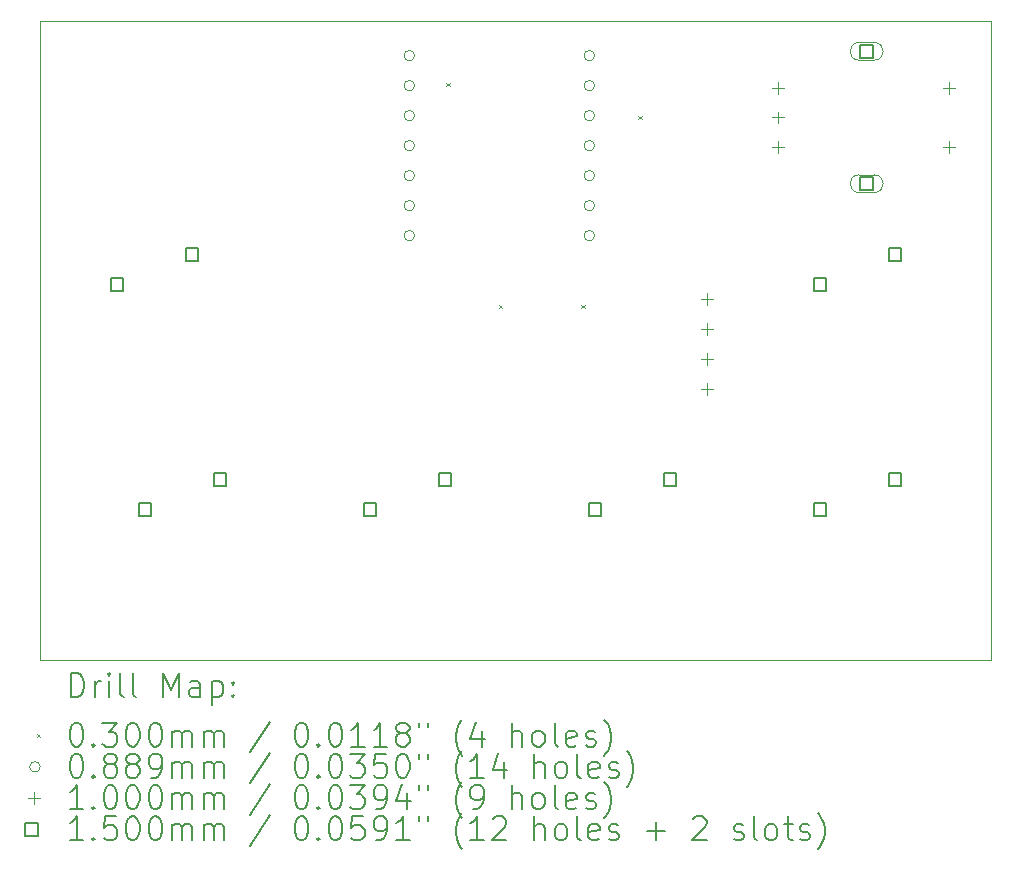
<source format=gbr>
%TF.GenerationSoftware,KiCad,Pcbnew,9.0.6*%
%TF.CreationDate,2025-12-08T21:16:02+04:00*%
%TF.ProjectId,L3MON hackpad,4c334d4f-4e20-4686-9163-6b7061642e6b,rev?*%
%TF.SameCoordinates,Original*%
%TF.FileFunction,Drillmap*%
%TF.FilePolarity,Positive*%
%FSLAX45Y45*%
G04 Gerber Fmt 4.5, Leading zero omitted, Abs format (unit mm)*
G04 Created by KiCad (PCBNEW 9.0.6) date 2025-12-08 21:16:02*
%MOMM*%
%LPD*%
G01*
G04 APERTURE LIST*
%ADD10C,0.050000*%
%ADD11C,0.200000*%
%ADD12C,0.100000*%
%ADD13C,0.150000*%
G04 APERTURE END LIST*
D10*
X9688375Y-3228000D02*
X17737625Y-3228000D01*
X17737625Y-8639875D01*
X9688375Y-8639875D01*
X9688375Y-3228000D01*
D11*
D12*
X13124301Y-3752573D02*
X13154301Y-3782573D01*
X13154301Y-3752573D02*
X13124301Y-3782573D01*
X13566511Y-5634489D02*
X13596511Y-5664489D01*
X13596511Y-5634489D02*
X13566511Y-5664489D01*
X14266801Y-5631801D02*
X14296801Y-5661801D01*
X14296801Y-5631801D02*
X14266801Y-5661801D01*
X14748750Y-4033125D02*
X14778750Y-4063125D01*
X14778750Y-4033125D02*
X14748750Y-4063125D01*
X12855575Y-3524250D02*
G75*
G02*
X12766675Y-3524250I-44450J0D01*
G01*
X12766675Y-3524250D02*
G75*
G02*
X12855575Y-3524250I44450J0D01*
G01*
X12855575Y-3778250D02*
G75*
G02*
X12766675Y-3778250I-44450J0D01*
G01*
X12766675Y-3778250D02*
G75*
G02*
X12855575Y-3778250I44450J0D01*
G01*
X12855575Y-4032250D02*
G75*
G02*
X12766675Y-4032250I-44450J0D01*
G01*
X12766675Y-4032250D02*
G75*
G02*
X12855575Y-4032250I44450J0D01*
G01*
X12855575Y-4286250D02*
G75*
G02*
X12766675Y-4286250I-44450J0D01*
G01*
X12766675Y-4286250D02*
G75*
G02*
X12855575Y-4286250I44450J0D01*
G01*
X12855575Y-4540250D02*
G75*
G02*
X12766675Y-4540250I-44450J0D01*
G01*
X12766675Y-4540250D02*
G75*
G02*
X12855575Y-4540250I44450J0D01*
G01*
X12855575Y-4794250D02*
G75*
G02*
X12766675Y-4794250I-44450J0D01*
G01*
X12766675Y-4794250D02*
G75*
G02*
X12855575Y-4794250I44450J0D01*
G01*
X12855575Y-5048250D02*
G75*
G02*
X12766675Y-5048250I-44450J0D01*
G01*
X12766675Y-5048250D02*
G75*
G02*
X12855575Y-5048250I44450J0D01*
G01*
X14379575Y-3524250D02*
G75*
G02*
X14290675Y-3524250I-44450J0D01*
G01*
X14290675Y-3524250D02*
G75*
G02*
X14379575Y-3524250I44450J0D01*
G01*
X14379575Y-3778250D02*
G75*
G02*
X14290675Y-3778250I-44450J0D01*
G01*
X14290675Y-3778250D02*
G75*
G02*
X14379575Y-3778250I44450J0D01*
G01*
X14379575Y-4032250D02*
G75*
G02*
X14290675Y-4032250I-44450J0D01*
G01*
X14290675Y-4032250D02*
G75*
G02*
X14379575Y-4032250I44450J0D01*
G01*
X14379575Y-4286250D02*
G75*
G02*
X14290675Y-4286250I-44450J0D01*
G01*
X14290675Y-4286250D02*
G75*
G02*
X14379575Y-4286250I44450J0D01*
G01*
X14379575Y-4540250D02*
G75*
G02*
X14290675Y-4540250I-44450J0D01*
G01*
X14290675Y-4540250D02*
G75*
G02*
X14379575Y-4540250I44450J0D01*
G01*
X14379575Y-4794250D02*
G75*
G02*
X14290675Y-4794250I-44450J0D01*
G01*
X14290675Y-4794250D02*
G75*
G02*
X14379575Y-4794250I44450J0D01*
G01*
X14379575Y-5048250D02*
G75*
G02*
X14290675Y-5048250I-44450J0D01*
G01*
X14290675Y-5048250D02*
G75*
G02*
X14379575Y-5048250I44450J0D01*
G01*
X15334625Y-5533625D02*
X15334625Y-5633625D01*
X15284625Y-5583625D02*
X15384625Y-5583625D01*
X15334625Y-5787625D02*
X15334625Y-5887625D01*
X15284625Y-5837625D02*
X15384625Y-5837625D01*
X15334625Y-6041625D02*
X15334625Y-6141625D01*
X15284625Y-6091625D02*
X15384625Y-6091625D01*
X15334625Y-6295625D02*
X15334625Y-6395625D01*
X15284625Y-6345625D02*
X15384625Y-6345625D01*
X15933125Y-3748125D02*
X15933125Y-3848125D01*
X15883125Y-3798125D02*
X15983125Y-3798125D01*
X15933125Y-3998125D02*
X15933125Y-4098125D01*
X15883125Y-4048125D02*
X15983125Y-4048125D01*
X15933125Y-4248125D02*
X15933125Y-4348125D01*
X15883125Y-4298125D02*
X15983125Y-4298125D01*
X17383125Y-3748125D02*
X17383125Y-3848125D01*
X17333125Y-3798125D02*
X17433125Y-3798125D01*
X17383125Y-4248125D02*
X17383125Y-4348125D01*
X17333125Y-4298125D02*
X17433125Y-4298125D01*
D13*
X10387659Y-5514034D02*
X10387659Y-5407967D01*
X10281592Y-5407967D01*
X10281592Y-5514034D01*
X10387659Y-5514034D01*
X10625784Y-7419033D02*
X10625784Y-7312966D01*
X10519717Y-7312966D01*
X10519717Y-7419033D01*
X10625784Y-7419033D01*
X11022659Y-5260034D02*
X11022659Y-5153967D01*
X10916592Y-5153967D01*
X10916592Y-5260034D01*
X11022659Y-5260034D01*
X11260783Y-7165033D02*
X11260783Y-7058966D01*
X11154717Y-7058966D01*
X11154717Y-7165033D01*
X11260783Y-7165033D01*
X12530783Y-7419033D02*
X12530783Y-7312966D01*
X12424716Y-7312966D01*
X12424716Y-7419033D01*
X12530783Y-7419033D01*
X13165783Y-7165033D02*
X13165783Y-7058966D01*
X13059716Y-7058966D01*
X13059716Y-7165033D01*
X13165783Y-7165033D01*
X14435783Y-7419033D02*
X14435783Y-7312966D01*
X14329716Y-7312966D01*
X14329716Y-7419033D01*
X14435783Y-7419033D01*
X15070783Y-7165033D02*
X15070783Y-7058966D01*
X14964716Y-7058966D01*
X14964716Y-7165033D01*
X15070783Y-7165033D01*
X16340783Y-5514034D02*
X16340783Y-5407967D01*
X16234716Y-5407967D01*
X16234716Y-5514034D01*
X16340783Y-5514034D01*
X16340783Y-7419033D02*
X16340783Y-7312966D01*
X16234716Y-7312966D01*
X16234716Y-7419033D01*
X16340783Y-7419033D01*
X16736158Y-3541158D02*
X16736158Y-3435091D01*
X16630091Y-3435091D01*
X16630091Y-3541158D01*
X16736158Y-3541158D01*
D12*
X16618125Y-3563125D02*
X16748125Y-3563125D01*
X16748125Y-3413125D02*
G75*
G02*
X16748125Y-3563125I0J-75000D01*
G01*
X16748125Y-3413125D02*
X16618125Y-3413125D01*
X16618125Y-3413125D02*
G75*
G03*
X16618125Y-3563125I0J-75000D01*
G01*
D13*
X16736158Y-4661159D02*
X16736158Y-4555092D01*
X16630091Y-4555092D01*
X16630091Y-4661159D01*
X16736158Y-4661159D01*
D12*
X16618125Y-4683125D02*
X16748125Y-4683125D01*
X16748125Y-4533125D02*
G75*
G02*
X16748125Y-4683125I0J-75000D01*
G01*
X16748125Y-4533125D02*
X16618125Y-4533125D01*
X16618125Y-4533125D02*
G75*
G03*
X16618125Y-4683125I0J-75000D01*
G01*
D13*
X16975784Y-5260034D02*
X16975784Y-5153967D01*
X16869717Y-5153967D01*
X16869717Y-5260034D01*
X16975784Y-5260034D01*
X16975784Y-7165033D02*
X16975784Y-7058966D01*
X16869717Y-7058966D01*
X16869717Y-7165033D01*
X16975784Y-7165033D01*
D11*
X9946652Y-8953859D02*
X9946652Y-8753859D01*
X9946652Y-8753859D02*
X9994271Y-8753859D01*
X9994271Y-8753859D02*
X10022842Y-8763383D01*
X10022842Y-8763383D02*
X10041890Y-8782430D01*
X10041890Y-8782430D02*
X10051414Y-8801478D01*
X10051414Y-8801478D02*
X10060938Y-8839573D01*
X10060938Y-8839573D02*
X10060938Y-8868145D01*
X10060938Y-8868145D02*
X10051414Y-8906240D01*
X10051414Y-8906240D02*
X10041890Y-8925287D01*
X10041890Y-8925287D02*
X10022842Y-8944335D01*
X10022842Y-8944335D02*
X9994271Y-8953859D01*
X9994271Y-8953859D02*
X9946652Y-8953859D01*
X10146652Y-8953859D02*
X10146652Y-8820525D01*
X10146652Y-8858621D02*
X10156176Y-8839573D01*
X10156176Y-8839573D02*
X10165699Y-8830049D01*
X10165699Y-8830049D02*
X10184747Y-8820525D01*
X10184747Y-8820525D02*
X10203795Y-8820525D01*
X10270461Y-8953859D02*
X10270461Y-8820525D01*
X10270461Y-8753859D02*
X10260938Y-8763383D01*
X10260938Y-8763383D02*
X10270461Y-8772906D01*
X10270461Y-8772906D02*
X10279985Y-8763383D01*
X10279985Y-8763383D02*
X10270461Y-8753859D01*
X10270461Y-8753859D02*
X10270461Y-8772906D01*
X10394271Y-8953859D02*
X10375223Y-8944335D01*
X10375223Y-8944335D02*
X10365699Y-8925287D01*
X10365699Y-8925287D02*
X10365699Y-8753859D01*
X10499033Y-8953859D02*
X10479985Y-8944335D01*
X10479985Y-8944335D02*
X10470461Y-8925287D01*
X10470461Y-8925287D02*
X10470461Y-8753859D01*
X10727604Y-8953859D02*
X10727604Y-8753859D01*
X10727604Y-8753859D02*
X10794271Y-8896716D01*
X10794271Y-8896716D02*
X10860938Y-8753859D01*
X10860938Y-8753859D02*
X10860938Y-8953859D01*
X11041890Y-8953859D02*
X11041890Y-8849097D01*
X11041890Y-8849097D02*
X11032366Y-8830049D01*
X11032366Y-8830049D02*
X11013319Y-8820525D01*
X11013319Y-8820525D02*
X10975223Y-8820525D01*
X10975223Y-8820525D02*
X10956176Y-8830049D01*
X11041890Y-8944335D02*
X11022842Y-8953859D01*
X11022842Y-8953859D02*
X10975223Y-8953859D01*
X10975223Y-8953859D02*
X10956176Y-8944335D01*
X10956176Y-8944335D02*
X10946652Y-8925287D01*
X10946652Y-8925287D02*
X10946652Y-8906240D01*
X10946652Y-8906240D02*
X10956176Y-8887192D01*
X10956176Y-8887192D02*
X10975223Y-8877668D01*
X10975223Y-8877668D02*
X11022842Y-8877668D01*
X11022842Y-8877668D02*
X11041890Y-8868145D01*
X11137128Y-8820525D02*
X11137128Y-9020525D01*
X11137128Y-8830049D02*
X11156176Y-8820525D01*
X11156176Y-8820525D02*
X11194271Y-8820525D01*
X11194271Y-8820525D02*
X11213318Y-8830049D01*
X11213318Y-8830049D02*
X11222842Y-8839573D01*
X11222842Y-8839573D02*
X11232366Y-8858621D01*
X11232366Y-8858621D02*
X11232366Y-8915764D01*
X11232366Y-8915764D02*
X11222842Y-8934811D01*
X11222842Y-8934811D02*
X11213318Y-8944335D01*
X11213318Y-8944335D02*
X11194271Y-8953859D01*
X11194271Y-8953859D02*
X11156176Y-8953859D01*
X11156176Y-8953859D02*
X11137128Y-8944335D01*
X11318080Y-8934811D02*
X11327604Y-8944335D01*
X11327604Y-8944335D02*
X11318080Y-8953859D01*
X11318080Y-8953859D02*
X11308557Y-8944335D01*
X11308557Y-8944335D02*
X11318080Y-8934811D01*
X11318080Y-8934811D02*
X11318080Y-8953859D01*
X11318080Y-8830049D02*
X11327604Y-8839573D01*
X11327604Y-8839573D02*
X11318080Y-8849097D01*
X11318080Y-8849097D02*
X11308557Y-8839573D01*
X11308557Y-8839573D02*
X11318080Y-8830049D01*
X11318080Y-8830049D02*
X11318080Y-8849097D01*
D12*
X9655875Y-9267375D02*
X9685875Y-9297375D01*
X9685875Y-9267375D02*
X9655875Y-9297375D01*
D11*
X9984747Y-9173859D02*
X10003795Y-9173859D01*
X10003795Y-9173859D02*
X10022842Y-9183383D01*
X10022842Y-9183383D02*
X10032366Y-9192906D01*
X10032366Y-9192906D02*
X10041890Y-9211954D01*
X10041890Y-9211954D02*
X10051414Y-9250049D01*
X10051414Y-9250049D02*
X10051414Y-9297668D01*
X10051414Y-9297668D02*
X10041890Y-9335764D01*
X10041890Y-9335764D02*
X10032366Y-9354811D01*
X10032366Y-9354811D02*
X10022842Y-9364335D01*
X10022842Y-9364335D02*
X10003795Y-9373859D01*
X10003795Y-9373859D02*
X9984747Y-9373859D01*
X9984747Y-9373859D02*
X9965699Y-9364335D01*
X9965699Y-9364335D02*
X9956176Y-9354811D01*
X9956176Y-9354811D02*
X9946652Y-9335764D01*
X9946652Y-9335764D02*
X9937128Y-9297668D01*
X9937128Y-9297668D02*
X9937128Y-9250049D01*
X9937128Y-9250049D02*
X9946652Y-9211954D01*
X9946652Y-9211954D02*
X9956176Y-9192906D01*
X9956176Y-9192906D02*
X9965699Y-9183383D01*
X9965699Y-9183383D02*
X9984747Y-9173859D01*
X10137128Y-9354811D02*
X10146652Y-9364335D01*
X10146652Y-9364335D02*
X10137128Y-9373859D01*
X10137128Y-9373859D02*
X10127604Y-9364335D01*
X10127604Y-9364335D02*
X10137128Y-9354811D01*
X10137128Y-9354811D02*
X10137128Y-9373859D01*
X10213319Y-9173859D02*
X10337128Y-9173859D01*
X10337128Y-9173859D02*
X10270461Y-9250049D01*
X10270461Y-9250049D02*
X10299033Y-9250049D01*
X10299033Y-9250049D02*
X10318080Y-9259573D01*
X10318080Y-9259573D02*
X10327604Y-9269097D01*
X10327604Y-9269097D02*
X10337128Y-9288145D01*
X10337128Y-9288145D02*
X10337128Y-9335764D01*
X10337128Y-9335764D02*
X10327604Y-9354811D01*
X10327604Y-9354811D02*
X10318080Y-9364335D01*
X10318080Y-9364335D02*
X10299033Y-9373859D01*
X10299033Y-9373859D02*
X10241890Y-9373859D01*
X10241890Y-9373859D02*
X10222842Y-9364335D01*
X10222842Y-9364335D02*
X10213319Y-9354811D01*
X10460938Y-9173859D02*
X10479985Y-9173859D01*
X10479985Y-9173859D02*
X10499033Y-9183383D01*
X10499033Y-9183383D02*
X10508557Y-9192906D01*
X10508557Y-9192906D02*
X10518080Y-9211954D01*
X10518080Y-9211954D02*
X10527604Y-9250049D01*
X10527604Y-9250049D02*
X10527604Y-9297668D01*
X10527604Y-9297668D02*
X10518080Y-9335764D01*
X10518080Y-9335764D02*
X10508557Y-9354811D01*
X10508557Y-9354811D02*
X10499033Y-9364335D01*
X10499033Y-9364335D02*
X10479985Y-9373859D01*
X10479985Y-9373859D02*
X10460938Y-9373859D01*
X10460938Y-9373859D02*
X10441890Y-9364335D01*
X10441890Y-9364335D02*
X10432366Y-9354811D01*
X10432366Y-9354811D02*
X10422842Y-9335764D01*
X10422842Y-9335764D02*
X10413319Y-9297668D01*
X10413319Y-9297668D02*
X10413319Y-9250049D01*
X10413319Y-9250049D02*
X10422842Y-9211954D01*
X10422842Y-9211954D02*
X10432366Y-9192906D01*
X10432366Y-9192906D02*
X10441890Y-9183383D01*
X10441890Y-9183383D02*
X10460938Y-9173859D01*
X10651414Y-9173859D02*
X10670461Y-9173859D01*
X10670461Y-9173859D02*
X10689509Y-9183383D01*
X10689509Y-9183383D02*
X10699033Y-9192906D01*
X10699033Y-9192906D02*
X10708557Y-9211954D01*
X10708557Y-9211954D02*
X10718080Y-9250049D01*
X10718080Y-9250049D02*
X10718080Y-9297668D01*
X10718080Y-9297668D02*
X10708557Y-9335764D01*
X10708557Y-9335764D02*
X10699033Y-9354811D01*
X10699033Y-9354811D02*
X10689509Y-9364335D01*
X10689509Y-9364335D02*
X10670461Y-9373859D01*
X10670461Y-9373859D02*
X10651414Y-9373859D01*
X10651414Y-9373859D02*
X10632366Y-9364335D01*
X10632366Y-9364335D02*
X10622842Y-9354811D01*
X10622842Y-9354811D02*
X10613319Y-9335764D01*
X10613319Y-9335764D02*
X10603795Y-9297668D01*
X10603795Y-9297668D02*
X10603795Y-9250049D01*
X10603795Y-9250049D02*
X10613319Y-9211954D01*
X10613319Y-9211954D02*
X10622842Y-9192906D01*
X10622842Y-9192906D02*
X10632366Y-9183383D01*
X10632366Y-9183383D02*
X10651414Y-9173859D01*
X10803795Y-9373859D02*
X10803795Y-9240525D01*
X10803795Y-9259573D02*
X10813319Y-9250049D01*
X10813319Y-9250049D02*
X10832366Y-9240525D01*
X10832366Y-9240525D02*
X10860938Y-9240525D01*
X10860938Y-9240525D02*
X10879985Y-9250049D01*
X10879985Y-9250049D02*
X10889509Y-9269097D01*
X10889509Y-9269097D02*
X10889509Y-9373859D01*
X10889509Y-9269097D02*
X10899033Y-9250049D01*
X10899033Y-9250049D02*
X10918080Y-9240525D01*
X10918080Y-9240525D02*
X10946652Y-9240525D01*
X10946652Y-9240525D02*
X10965700Y-9250049D01*
X10965700Y-9250049D02*
X10975223Y-9269097D01*
X10975223Y-9269097D02*
X10975223Y-9373859D01*
X11070461Y-9373859D02*
X11070461Y-9240525D01*
X11070461Y-9259573D02*
X11079985Y-9250049D01*
X11079985Y-9250049D02*
X11099033Y-9240525D01*
X11099033Y-9240525D02*
X11127604Y-9240525D01*
X11127604Y-9240525D02*
X11146652Y-9250049D01*
X11146652Y-9250049D02*
X11156176Y-9269097D01*
X11156176Y-9269097D02*
X11156176Y-9373859D01*
X11156176Y-9269097D02*
X11165700Y-9250049D01*
X11165700Y-9250049D02*
X11184747Y-9240525D01*
X11184747Y-9240525D02*
X11213318Y-9240525D01*
X11213318Y-9240525D02*
X11232366Y-9250049D01*
X11232366Y-9250049D02*
X11241890Y-9269097D01*
X11241890Y-9269097D02*
X11241890Y-9373859D01*
X11632366Y-9164335D02*
X11460938Y-9421478D01*
X11889509Y-9173859D02*
X11908557Y-9173859D01*
X11908557Y-9173859D02*
X11927604Y-9183383D01*
X11927604Y-9183383D02*
X11937128Y-9192906D01*
X11937128Y-9192906D02*
X11946652Y-9211954D01*
X11946652Y-9211954D02*
X11956176Y-9250049D01*
X11956176Y-9250049D02*
X11956176Y-9297668D01*
X11956176Y-9297668D02*
X11946652Y-9335764D01*
X11946652Y-9335764D02*
X11937128Y-9354811D01*
X11937128Y-9354811D02*
X11927604Y-9364335D01*
X11927604Y-9364335D02*
X11908557Y-9373859D01*
X11908557Y-9373859D02*
X11889509Y-9373859D01*
X11889509Y-9373859D02*
X11870461Y-9364335D01*
X11870461Y-9364335D02*
X11860938Y-9354811D01*
X11860938Y-9354811D02*
X11851414Y-9335764D01*
X11851414Y-9335764D02*
X11841890Y-9297668D01*
X11841890Y-9297668D02*
X11841890Y-9250049D01*
X11841890Y-9250049D02*
X11851414Y-9211954D01*
X11851414Y-9211954D02*
X11860938Y-9192906D01*
X11860938Y-9192906D02*
X11870461Y-9183383D01*
X11870461Y-9183383D02*
X11889509Y-9173859D01*
X12041890Y-9354811D02*
X12051414Y-9364335D01*
X12051414Y-9364335D02*
X12041890Y-9373859D01*
X12041890Y-9373859D02*
X12032366Y-9364335D01*
X12032366Y-9364335D02*
X12041890Y-9354811D01*
X12041890Y-9354811D02*
X12041890Y-9373859D01*
X12175223Y-9173859D02*
X12194271Y-9173859D01*
X12194271Y-9173859D02*
X12213319Y-9183383D01*
X12213319Y-9183383D02*
X12222842Y-9192906D01*
X12222842Y-9192906D02*
X12232366Y-9211954D01*
X12232366Y-9211954D02*
X12241890Y-9250049D01*
X12241890Y-9250049D02*
X12241890Y-9297668D01*
X12241890Y-9297668D02*
X12232366Y-9335764D01*
X12232366Y-9335764D02*
X12222842Y-9354811D01*
X12222842Y-9354811D02*
X12213319Y-9364335D01*
X12213319Y-9364335D02*
X12194271Y-9373859D01*
X12194271Y-9373859D02*
X12175223Y-9373859D01*
X12175223Y-9373859D02*
X12156176Y-9364335D01*
X12156176Y-9364335D02*
X12146652Y-9354811D01*
X12146652Y-9354811D02*
X12137128Y-9335764D01*
X12137128Y-9335764D02*
X12127604Y-9297668D01*
X12127604Y-9297668D02*
X12127604Y-9250049D01*
X12127604Y-9250049D02*
X12137128Y-9211954D01*
X12137128Y-9211954D02*
X12146652Y-9192906D01*
X12146652Y-9192906D02*
X12156176Y-9183383D01*
X12156176Y-9183383D02*
X12175223Y-9173859D01*
X12432366Y-9373859D02*
X12318081Y-9373859D01*
X12375223Y-9373859D02*
X12375223Y-9173859D01*
X12375223Y-9173859D02*
X12356176Y-9202430D01*
X12356176Y-9202430D02*
X12337128Y-9221478D01*
X12337128Y-9221478D02*
X12318081Y-9231002D01*
X12622842Y-9373859D02*
X12508557Y-9373859D01*
X12565700Y-9373859D02*
X12565700Y-9173859D01*
X12565700Y-9173859D02*
X12546652Y-9202430D01*
X12546652Y-9202430D02*
X12527604Y-9221478D01*
X12527604Y-9221478D02*
X12508557Y-9231002D01*
X12737128Y-9259573D02*
X12718081Y-9250049D01*
X12718081Y-9250049D02*
X12708557Y-9240525D01*
X12708557Y-9240525D02*
X12699033Y-9221478D01*
X12699033Y-9221478D02*
X12699033Y-9211954D01*
X12699033Y-9211954D02*
X12708557Y-9192906D01*
X12708557Y-9192906D02*
X12718081Y-9183383D01*
X12718081Y-9183383D02*
X12737128Y-9173859D01*
X12737128Y-9173859D02*
X12775223Y-9173859D01*
X12775223Y-9173859D02*
X12794271Y-9183383D01*
X12794271Y-9183383D02*
X12803795Y-9192906D01*
X12803795Y-9192906D02*
X12813319Y-9211954D01*
X12813319Y-9211954D02*
X12813319Y-9221478D01*
X12813319Y-9221478D02*
X12803795Y-9240525D01*
X12803795Y-9240525D02*
X12794271Y-9250049D01*
X12794271Y-9250049D02*
X12775223Y-9259573D01*
X12775223Y-9259573D02*
X12737128Y-9259573D01*
X12737128Y-9259573D02*
X12718081Y-9269097D01*
X12718081Y-9269097D02*
X12708557Y-9278621D01*
X12708557Y-9278621D02*
X12699033Y-9297668D01*
X12699033Y-9297668D02*
X12699033Y-9335764D01*
X12699033Y-9335764D02*
X12708557Y-9354811D01*
X12708557Y-9354811D02*
X12718081Y-9364335D01*
X12718081Y-9364335D02*
X12737128Y-9373859D01*
X12737128Y-9373859D02*
X12775223Y-9373859D01*
X12775223Y-9373859D02*
X12794271Y-9364335D01*
X12794271Y-9364335D02*
X12803795Y-9354811D01*
X12803795Y-9354811D02*
X12813319Y-9335764D01*
X12813319Y-9335764D02*
X12813319Y-9297668D01*
X12813319Y-9297668D02*
X12803795Y-9278621D01*
X12803795Y-9278621D02*
X12794271Y-9269097D01*
X12794271Y-9269097D02*
X12775223Y-9259573D01*
X12889509Y-9173859D02*
X12889509Y-9211954D01*
X12965700Y-9173859D02*
X12965700Y-9211954D01*
X13260938Y-9450049D02*
X13251414Y-9440525D01*
X13251414Y-9440525D02*
X13232366Y-9411954D01*
X13232366Y-9411954D02*
X13222843Y-9392906D01*
X13222843Y-9392906D02*
X13213319Y-9364335D01*
X13213319Y-9364335D02*
X13203795Y-9316716D01*
X13203795Y-9316716D02*
X13203795Y-9278621D01*
X13203795Y-9278621D02*
X13213319Y-9231002D01*
X13213319Y-9231002D02*
X13222843Y-9202430D01*
X13222843Y-9202430D02*
X13232366Y-9183383D01*
X13232366Y-9183383D02*
X13251414Y-9154811D01*
X13251414Y-9154811D02*
X13260938Y-9145287D01*
X13422843Y-9240525D02*
X13422843Y-9373859D01*
X13375223Y-9164335D02*
X13327604Y-9307192D01*
X13327604Y-9307192D02*
X13451414Y-9307192D01*
X13679985Y-9373859D02*
X13679985Y-9173859D01*
X13765700Y-9373859D02*
X13765700Y-9269097D01*
X13765700Y-9269097D02*
X13756176Y-9250049D01*
X13756176Y-9250049D02*
X13737128Y-9240525D01*
X13737128Y-9240525D02*
X13708557Y-9240525D01*
X13708557Y-9240525D02*
X13689509Y-9250049D01*
X13689509Y-9250049D02*
X13679985Y-9259573D01*
X13889509Y-9373859D02*
X13870462Y-9364335D01*
X13870462Y-9364335D02*
X13860938Y-9354811D01*
X13860938Y-9354811D02*
X13851414Y-9335764D01*
X13851414Y-9335764D02*
X13851414Y-9278621D01*
X13851414Y-9278621D02*
X13860938Y-9259573D01*
X13860938Y-9259573D02*
X13870462Y-9250049D01*
X13870462Y-9250049D02*
X13889509Y-9240525D01*
X13889509Y-9240525D02*
X13918081Y-9240525D01*
X13918081Y-9240525D02*
X13937128Y-9250049D01*
X13937128Y-9250049D02*
X13946652Y-9259573D01*
X13946652Y-9259573D02*
X13956176Y-9278621D01*
X13956176Y-9278621D02*
X13956176Y-9335764D01*
X13956176Y-9335764D02*
X13946652Y-9354811D01*
X13946652Y-9354811D02*
X13937128Y-9364335D01*
X13937128Y-9364335D02*
X13918081Y-9373859D01*
X13918081Y-9373859D02*
X13889509Y-9373859D01*
X14070462Y-9373859D02*
X14051414Y-9364335D01*
X14051414Y-9364335D02*
X14041890Y-9345287D01*
X14041890Y-9345287D02*
X14041890Y-9173859D01*
X14222843Y-9364335D02*
X14203795Y-9373859D01*
X14203795Y-9373859D02*
X14165700Y-9373859D01*
X14165700Y-9373859D02*
X14146652Y-9364335D01*
X14146652Y-9364335D02*
X14137128Y-9345287D01*
X14137128Y-9345287D02*
X14137128Y-9269097D01*
X14137128Y-9269097D02*
X14146652Y-9250049D01*
X14146652Y-9250049D02*
X14165700Y-9240525D01*
X14165700Y-9240525D02*
X14203795Y-9240525D01*
X14203795Y-9240525D02*
X14222843Y-9250049D01*
X14222843Y-9250049D02*
X14232366Y-9269097D01*
X14232366Y-9269097D02*
X14232366Y-9288145D01*
X14232366Y-9288145D02*
X14137128Y-9307192D01*
X14308557Y-9364335D02*
X14327605Y-9373859D01*
X14327605Y-9373859D02*
X14365700Y-9373859D01*
X14365700Y-9373859D02*
X14384747Y-9364335D01*
X14384747Y-9364335D02*
X14394271Y-9345287D01*
X14394271Y-9345287D02*
X14394271Y-9335764D01*
X14394271Y-9335764D02*
X14384747Y-9316716D01*
X14384747Y-9316716D02*
X14365700Y-9307192D01*
X14365700Y-9307192D02*
X14337128Y-9307192D01*
X14337128Y-9307192D02*
X14318081Y-9297668D01*
X14318081Y-9297668D02*
X14308557Y-9278621D01*
X14308557Y-9278621D02*
X14308557Y-9269097D01*
X14308557Y-9269097D02*
X14318081Y-9250049D01*
X14318081Y-9250049D02*
X14337128Y-9240525D01*
X14337128Y-9240525D02*
X14365700Y-9240525D01*
X14365700Y-9240525D02*
X14384747Y-9250049D01*
X14460938Y-9450049D02*
X14470462Y-9440525D01*
X14470462Y-9440525D02*
X14489509Y-9411954D01*
X14489509Y-9411954D02*
X14499033Y-9392906D01*
X14499033Y-9392906D02*
X14508557Y-9364335D01*
X14508557Y-9364335D02*
X14518081Y-9316716D01*
X14518081Y-9316716D02*
X14518081Y-9278621D01*
X14518081Y-9278621D02*
X14508557Y-9231002D01*
X14508557Y-9231002D02*
X14499033Y-9202430D01*
X14499033Y-9202430D02*
X14489509Y-9183383D01*
X14489509Y-9183383D02*
X14470462Y-9154811D01*
X14470462Y-9154811D02*
X14460938Y-9145287D01*
D12*
X9685875Y-9546375D02*
G75*
G02*
X9596975Y-9546375I-44450J0D01*
G01*
X9596975Y-9546375D02*
G75*
G02*
X9685875Y-9546375I44450J0D01*
G01*
D11*
X9984747Y-9437859D02*
X10003795Y-9437859D01*
X10003795Y-9437859D02*
X10022842Y-9447383D01*
X10022842Y-9447383D02*
X10032366Y-9456906D01*
X10032366Y-9456906D02*
X10041890Y-9475954D01*
X10041890Y-9475954D02*
X10051414Y-9514049D01*
X10051414Y-9514049D02*
X10051414Y-9561668D01*
X10051414Y-9561668D02*
X10041890Y-9599764D01*
X10041890Y-9599764D02*
X10032366Y-9618811D01*
X10032366Y-9618811D02*
X10022842Y-9628335D01*
X10022842Y-9628335D02*
X10003795Y-9637859D01*
X10003795Y-9637859D02*
X9984747Y-9637859D01*
X9984747Y-9637859D02*
X9965699Y-9628335D01*
X9965699Y-9628335D02*
X9956176Y-9618811D01*
X9956176Y-9618811D02*
X9946652Y-9599764D01*
X9946652Y-9599764D02*
X9937128Y-9561668D01*
X9937128Y-9561668D02*
X9937128Y-9514049D01*
X9937128Y-9514049D02*
X9946652Y-9475954D01*
X9946652Y-9475954D02*
X9956176Y-9456906D01*
X9956176Y-9456906D02*
X9965699Y-9447383D01*
X9965699Y-9447383D02*
X9984747Y-9437859D01*
X10137128Y-9618811D02*
X10146652Y-9628335D01*
X10146652Y-9628335D02*
X10137128Y-9637859D01*
X10137128Y-9637859D02*
X10127604Y-9628335D01*
X10127604Y-9628335D02*
X10137128Y-9618811D01*
X10137128Y-9618811D02*
X10137128Y-9637859D01*
X10260938Y-9523573D02*
X10241890Y-9514049D01*
X10241890Y-9514049D02*
X10232366Y-9504525D01*
X10232366Y-9504525D02*
X10222842Y-9485478D01*
X10222842Y-9485478D02*
X10222842Y-9475954D01*
X10222842Y-9475954D02*
X10232366Y-9456906D01*
X10232366Y-9456906D02*
X10241890Y-9447383D01*
X10241890Y-9447383D02*
X10260938Y-9437859D01*
X10260938Y-9437859D02*
X10299033Y-9437859D01*
X10299033Y-9437859D02*
X10318080Y-9447383D01*
X10318080Y-9447383D02*
X10327604Y-9456906D01*
X10327604Y-9456906D02*
X10337128Y-9475954D01*
X10337128Y-9475954D02*
X10337128Y-9485478D01*
X10337128Y-9485478D02*
X10327604Y-9504525D01*
X10327604Y-9504525D02*
X10318080Y-9514049D01*
X10318080Y-9514049D02*
X10299033Y-9523573D01*
X10299033Y-9523573D02*
X10260938Y-9523573D01*
X10260938Y-9523573D02*
X10241890Y-9533097D01*
X10241890Y-9533097D02*
X10232366Y-9542621D01*
X10232366Y-9542621D02*
X10222842Y-9561668D01*
X10222842Y-9561668D02*
X10222842Y-9599764D01*
X10222842Y-9599764D02*
X10232366Y-9618811D01*
X10232366Y-9618811D02*
X10241890Y-9628335D01*
X10241890Y-9628335D02*
X10260938Y-9637859D01*
X10260938Y-9637859D02*
X10299033Y-9637859D01*
X10299033Y-9637859D02*
X10318080Y-9628335D01*
X10318080Y-9628335D02*
X10327604Y-9618811D01*
X10327604Y-9618811D02*
X10337128Y-9599764D01*
X10337128Y-9599764D02*
X10337128Y-9561668D01*
X10337128Y-9561668D02*
X10327604Y-9542621D01*
X10327604Y-9542621D02*
X10318080Y-9533097D01*
X10318080Y-9533097D02*
X10299033Y-9523573D01*
X10451414Y-9523573D02*
X10432366Y-9514049D01*
X10432366Y-9514049D02*
X10422842Y-9504525D01*
X10422842Y-9504525D02*
X10413319Y-9485478D01*
X10413319Y-9485478D02*
X10413319Y-9475954D01*
X10413319Y-9475954D02*
X10422842Y-9456906D01*
X10422842Y-9456906D02*
X10432366Y-9447383D01*
X10432366Y-9447383D02*
X10451414Y-9437859D01*
X10451414Y-9437859D02*
X10489509Y-9437859D01*
X10489509Y-9437859D02*
X10508557Y-9447383D01*
X10508557Y-9447383D02*
X10518080Y-9456906D01*
X10518080Y-9456906D02*
X10527604Y-9475954D01*
X10527604Y-9475954D02*
X10527604Y-9485478D01*
X10527604Y-9485478D02*
X10518080Y-9504525D01*
X10518080Y-9504525D02*
X10508557Y-9514049D01*
X10508557Y-9514049D02*
X10489509Y-9523573D01*
X10489509Y-9523573D02*
X10451414Y-9523573D01*
X10451414Y-9523573D02*
X10432366Y-9533097D01*
X10432366Y-9533097D02*
X10422842Y-9542621D01*
X10422842Y-9542621D02*
X10413319Y-9561668D01*
X10413319Y-9561668D02*
X10413319Y-9599764D01*
X10413319Y-9599764D02*
X10422842Y-9618811D01*
X10422842Y-9618811D02*
X10432366Y-9628335D01*
X10432366Y-9628335D02*
X10451414Y-9637859D01*
X10451414Y-9637859D02*
X10489509Y-9637859D01*
X10489509Y-9637859D02*
X10508557Y-9628335D01*
X10508557Y-9628335D02*
X10518080Y-9618811D01*
X10518080Y-9618811D02*
X10527604Y-9599764D01*
X10527604Y-9599764D02*
X10527604Y-9561668D01*
X10527604Y-9561668D02*
X10518080Y-9542621D01*
X10518080Y-9542621D02*
X10508557Y-9533097D01*
X10508557Y-9533097D02*
X10489509Y-9523573D01*
X10622842Y-9637859D02*
X10660938Y-9637859D01*
X10660938Y-9637859D02*
X10679985Y-9628335D01*
X10679985Y-9628335D02*
X10689509Y-9618811D01*
X10689509Y-9618811D02*
X10708557Y-9590240D01*
X10708557Y-9590240D02*
X10718080Y-9552145D01*
X10718080Y-9552145D02*
X10718080Y-9475954D01*
X10718080Y-9475954D02*
X10708557Y-9456906D01*
X10708557Y-9456906D02*
X10699033Y-9447383D01*
X10699033Y-9447383D02*
X10679985Y-9437859D01*
X10679985Y-9437859D02*
X10641890Y-9437859D01*
X10641890Y-9437859D02*
X10622842Y-9447383D01*
X10622842Y-9447383D02*
X10613319Y-9456906D01*
X10613319Y-9456906D02*
X10603795Y-9475954D01*
X10603795Y-9475954D02*
X10603795Y-9523573D01*
X10603795Y-9523573D02*
X10613319Y-9542621D01*
X10613319Y-9542621D02*
X10622842Y-9552145D01*
X10622842Y-9552145D02*
X10641890Y-9561668D01*
X10641890Y-9561668D02*
X10679985Y-9561668D01*
X10679985Y-9561668D02*
X10699033Y-9552145D01*
X10699033Y-9552145D02*
X10708557Y-9542621D01*
X10708557Y-9542621D02*
X10718080Y-9523573D01*
X10803795Y-9637859D02*
X10803795Y-9504525D01*
X10803795Y-9523573D02*
X10813319Y-9514049D01*
X10813319Y-9514049D02*
X10832366Y-9504525D01*
X10832366Y-9504525D02*
X10860938Y-9504525D01*
X10860938Y-9504525D02*
X10879985Y-9514049D01*
X10879985Y-9514049D02*
X10889509Y-9533097D01*
X10889509Y-9533097D02*
X10889509Y-9637859D01*
X10889509Y-9533097D02*
X10899033Y-9514049D01*
X10899033Y-9514049D02*
X10918080Y-9504525D01*
X10918080Y-9504525D02*
X10946652Y-9504525D01*
X10946652Y-9504525D02*
X10965700Y-9514049D01*
X10965700Y-9514049D02*
X10975223Y-9533097D01*
X10975223Y-9533097D02*
X10975223Y-9637859D01*
X11070461Y-9637859D02*
X11070461Y-9504525D01*
X11070461Y-9523573D02*
X11079985Y-9514049D01*
X11079985Y-9514049D02*
X11099033Y-9504525D01*
X11099033Y-9504525D02*
X11127604Y-9504525D01*
X11127604Y-9504525D02*
X11146652Y-9514049D01*
X11146652Y-9514049D02*
X11156176Y-9533097D01*
X11156176Y-9533097D02*
X11156176Y-9637859D01*
X11156176Y-9533097D02*
X11165700Y-9514049D01*
X11165700Y-9514049D02*
X11184747Y-9504525D01*
X11184747Y-9504525D02*
X11213318Y-9504525D01*
X11213318Y-9504525D02*
X11232366Y-9514049D01*
X11232366Y-9514049D02*
X11241890Y-9533097D01*
X11241890Y-9533097D02*
X11241890Y-9637859D01*
X11632366Y-9428335D02*
X11460938Y-9685478D01*
X11889509Y-9437859D02*
X11908557Y-9437859D01*
X11908557Y-9437859D02*
X11927604Y-9447383D01*
X11927604Y-9447383D02*
X11937128Y-9456906D01*
X11937128Y-9456906D02*
X11946652Y-9475954D01*
X11946652Y-9475954D02*
X11956176Y-9514049D01*
X11956176Y-9514049D02*
X11956176Y-9561668D01*
X11956176Y-9561668D02*
X11946652Y-9599764D01*
X11946652Y-9599764D02*
X11937128Y-9618811D01*
X11937128Y-9618811D02*
X11927604Y-9628335D01*
X11927604Y-9628335D02*
X11908557Y-9637859D01*
X11908557Y-9637859D02*
X11889509Y-9637859D01*
X11889509Y-9637859D02*
X11870461Y-9628335D01*
X11870461Y-9628335D02*
X11860938Y-9618811D01*
X11860938Y-9618811D02*
X11851414Y-9599764D01*
X11851414Y-9599764D02*
X11841890Y-9561668D01*
X11841890Y-9561668D02*
X11841890Y-9514049D01*
X11841890Y-9514049D02*
X11851414Y-9475954D01*
X11851414Y-9475954D02*
X11860938Y-9456906D01*
X11860938Y-9456906D02*
X11870461Y-9447383D01*
X11870461Y-9447383D02*
X11889509Y-9437859D01*
X12041890Y-9618811D02*
X12051414Y-9628335D01*
X12051414Y-9628335D02*
X12041890Y-9637859D01*
X12041890Y-9637859D02*
X12032366Y-9628335D01*
X12032366Y-9628335D02*
X12041890Y-9618811D01*
X12041890Y-9618811D02*
X12041890Y-9637859D01*
X12175223Y-9437859D02*
X12194271Y-9437859D01*
X12194271Y-9437859D02*
X12213319Y-9447383D01*
X12213319Y-9447383D02*
X12222842Y-9456906D01*
X12222842Y-9456906D02*
X12232366Y-9475954D01*
X12232366Y-9475954D02*
X12241890Y-9514049D01*
X12241890Y-9514049D02*
X12241890Y-9561668D01*
X12241890Y-9561668D02*
X12232366Y-9599764D01*
X12232366Y-9599764D02*
X12222842Y-9618811D01*
X12222842Y-9618811D02*
X12213319Y-9628335D01*
X12213319Y-9628335D02*
X12194271Y-9637859D01*
X12194271Y-9637859D02*
X12175223Y-9637859D01*
X12175223Y-9637859D02*
X12156176Y-9628335D01*
X12156176Y-9628335D02*
X12146652Y-9618811D01*
X12146652Y-9618811D02*
X12137128Y-9599764D01*
X12137128Y-9599764D02*
X12127604Y-9561668D01*
X12127604Y-9561668D02*
X12127604Y-9514049D01*
X12127604Y-9514049D02*
X12137128Y-9475954D01*
X12137128Y-9475954D02*
X12146652Y-9456906D01*
X12146652Y-9456906D02*
X12156176Y-9447383D01*
X12156176Y-9447383D02*
X12175223Y-9437859D01*
X12308557Y-9437859D02*
X12432366Y-9437859D01*
X12432366Y-9437859D02*
X12365700Y-9514049D01*
X12365700Y-9514049D02*
X12394271Y-9514049D01*
X12394271Y-9514049D02*
X12413319Y-9523573D01*
X12413319Y-9523573D02*
X12422842Y-9533097D01*
X12422842Y-9533097D02*
X12432366Y-9552145D01*
X12432366Y-9552145D02*
X12432366Y-9599764D01*
X12432366Y-9599764D02*
X12422842Y-9618811D01*
X12422842Y-9618811D02*
X12413319Y-9628335D01*
X12413319Y-9628335D02*
X12394271Y-9637859D01*
X12394271Y-9637859D02*
X12337128Y-9637859D01*
X12337128Y-9637859D02*
X12318081Y-9628335D01*
X12318081Y-9628335D02*
X12308557Y-9618811D01*
X12613319Y-9437859D02*
X12518081Y-9437859D01*
X12518081Y-9437859D02*
X12508557Y-9533097D01*
X12508557Y-9533097D02*
X12518081Y-9523573D01*
X12518081Y-9523573D02*
X12537128Y-9514049D01*
X12537128Y-9514049D02*
X12584747Y-9514049D01*
X12584747Y-9514049D02*
X12603795Y-9523573D01*
X12603795Y-9523573D02*
X12613319Y-9533097D01*
X12613319Y-9533097D02*
X12622842Y-9552145D01*
X12622842Y-9552145D02*
X12622842Y-9599764D01*
X12622842Y-9599764D02*
X12613319Y-9618811D01*
X12613319Y-9618811D02*
X12603795Y-9628335D01*
X12603795Y-9628335D02*
X12584747Y-9637859D01*
X12584747Y-9637859D02*
X12537128Y-9637859D01*
X12537128Y-9637859D02*
X12518081Y-9628335D01*
X12518081Y-9628335D02*
X12508557Y-9618811D01*
X12746652Y-9437859D02*
X12765700Y-9437859D01*
X12765700Y-9437859D02*
X12784747Y-9447383D01*
X12784747Y-9447383D02*
X12794271Y-9456906D01*
X12794271Y-9456906D02*
X12803795Y-9475954D01*
X12803795Y-9475954D02*
X12813319Y-9514049D01*
X12813319Y-9514049D02*
X12813319Y-9561668D01*
X12813319Y-9561668D02*
X12803795Y-9599764D01*
X12803795Y-9599764D02*
X12794271Y-9618811D01*
X12794271Y-9618811D02*
X12784747Y-9628335D01*
X12784747Y-9628335D02*
X12765700Y-9637859D01*
X12765700Y-9637859D02*
X12746652Y-9637859D01*
X12746652Y-9637859D02*
X12727604Y-9628335D01*
X12727604Y-9628335D02*
X12718081Y-9618811D01*
X12718081Y-9618811D02*
X12708557Y-9599764D01*
X12708557Y-9599764D02*
X12699033Y-9561668D01*
X12699033Y-9561668D02*
X12699033Y-9514049D01*
X12699033Y-9514049D02*
X12708557Y-9475954D01*
X12708557Y-9475954D02*
X12718081Y-9456906D01*
X12718081Y-9456906D02*
X12727604Y-9447383D01*
X12727604Y-9447383D02*
X12746652Y-9437859D01*
X12889509Y-9437859D02*
X12889509Y-9475954D01*
X12965700Y-9437859D02*
X12965700Y-9475954D01*
X13260938Y-9714049D02*
X13251414Y-9704525D01*
X13251414Y-9704525D02*
X13232366Y-9675954D01*
X13232366Y-9675954D02*
X13222843Y-9656906D01*
X13222843Y-9656906D02*
X13213319Y-9628335D01*
X13213319Y-9628335D02*
X13203795Y-9580716D01*
X13203795Y-9580716D02*
X13203795Y-9542621D01*
X13203795Y-9542621D02*
X13213319Y-9495002D01*
X13213319Y-9495002D02*
X13222843Y-9466430D01*
X13222843Y-9466430D02*
X13232366Y-9447383D01*
X13232366Y-9447383D02*
X13251414Y-9418811D01*
X13251414Y-9418811D02*
X13260938Y-9409287D01*
X13441890Y-9637859D02*
X13327604Y-9637859D01*
X13384747Y-9637859D02*
X13384747Y-9437859D01*
X13384747Y-9437859D02*
X13365700Y-9466430D01*
X13365700Y-9466430D02*
X13346652Y-9485478D01*
X13346652Y-9485478D02*
X13327604Y-9495002D01*
X13613319Y-9504525D02*
X13613319Y-9637859D01*
X13565700Y-9428335D02*
X13518081Y-9571192D01*
X13518081Y-9571192D02*
X13641890Y-9571192D01*
X13870462Y-9637859D02*
X13870462Y-9437859D01*
X13956176Y-9637859D02*
X13956176Y-9533097D01*
X13956176Y-9533097D02*
X13946652Y-9514049D01*
X13946652Y-9514049D02*
X13927605Y-9504525D01*
X13927605Y-9504525D02*
X13899033Y-9504525D01*
X13899033Y-9504525D02*
X13879985Y-9514049D01*
X13879985Y-9514049D02*
X13870462Y-9523573D01*
X14079985Y-9637859D02*
X14060938Y-9628335D01*
X14060938Y-9628335D02*
X14051414Y-9618811D01*
X14051414Y-9618811D02*
X14041890Y-9599764D01*
X14041890Y-9599764D02*
X14041890Y-9542621D01*
X14041890Y-9542621D02*
X14051414Y-9523573D01*
X14051414Y-9523573D02*
X14060938Y-9514049D01*
X14060938Y-9514049D02*
X14079985Y-9504525D01*
X14079985Y-9504525D02*
X14108557Y-9504525D01*
X14108557Y-9504525D02*
X14127605Y-9514049D01*
X14127605Y-9514049D02*
X14137128Y-9523573D01*
X14137128Y-9523573D02*
X14146652Y-9542621D01*
X14146652Y-9542621D02*
X14146652Y-9599764D01*
X14146652Y-9599764D02*
X14137128Y-9618811D01*
X14137128Y-9618811D02*
X14127605Y-9628335D01*
X14127605Y-9628335D02*
X14108557Y-9637859D01*
X14108557Y-9637859D02*
X14079985Y-9637859D01*
X14260938Y-9637859D02*
X14241890Y-9628335D01*
X14241890Y-9628335D02*
X14232366Y-9609287D01*
X14232366Y-9609287D02*
X14232366Y-9437859D01*
X14413319Y-9628335D02*
X14394271Y-9637859D01*
X14394271Y-9637859D02*
X14356176Y-9637859D01*
X14356176Y-9637859D02*
X14337128Y-9628335D01*
X14337128Y-9628335D02*
X14327605Y-9609287D01*
X14327605Y-9609287D02*
X14327605Y-9533097D01*
X14327605Y-9533097D02*
X14337128Y-9514049D01*
X14337128Y-9514049D02*
X14356176Y-9504525D01*
X14356176Y-9504525D02*
X14394271Y-9504525D01*
X14394271Y-9504525D02*
X14413319Y-9514049D01*
X14413319Y-9514049D02*
X14422843Y-9533097D01*
X14422843Y-9533097D02*
X14422843Y-9552145D01*
X14422843Y-9552145D02*
X14327605Y-9571192D01*
X14499033Y-9628335D02*
X14518081Y-9637859D01*
X14518081Y-9637859D02*
X14556176Y-9637859D01*
X14556176Y-9637859D02*
X14575224Y-9628335D01*
X14575224Y-9628335D02*
X14584747Y-9609287D01*
X14584747Y-9609287D02*
X14584747Y-9599764D01*
X14584747Y-9599764D02*
X14575224Y-9580716D01*
X14575224Y-9580716D02*
X14556176Y-9571192D01*
X14556176Y-9571192D02*
X14527605Y-9571192D01*
X14527605Y-9571192D02*
X14508557Y-9561668D01*
X14508557Y-9561668D02*
X14499033Y-9542621D01*
X14499033Y-9542621D02*
X14499033Y-9533097D01*
X14499033Y-9533097D02*
X14508557Y-9514049D01*
X14508557Y-9514049D02*
X14527605Y-9504525D01*
X14527605Y-9504525D02*
X14556176Y-9504525D01*
X14556176Y-9504525D02*
X14575224Y-9514049D01*
X14651414Y-9714049D02*
X14660938Y-9704525D01*
X14660938Y-9704525D02*
X14679986Y-9675954D01*
X14679986Y-9675954D02*
X14689509Y-9656906D01*
X14689509Y-9656906D02*
X14699033Y-9628335D01*
X14699033Y-9628335D02*
X14708557Y-9580716D01*
X14708557Y-9580716D02*
X14708557Y-9542621D01*
X14708557Y-9542621D02*
X14699033Y-9495002D01*
X14699033Y-9495002D02*
X14689509Y-9466430D01*
X14689509Y-9466430D02*
X14679986Y-9447383D01*
X14679986Y-9447383D02*
X14660938Y-9418811D01*
X14660938Y-9418811D02*
X14651414Y-9409287D01*
D12*
X9635875Y-9760375D02*
X9635875Y-9860375D01*
X9585875Y-9810375D02*
X9685875Y-9810375D01*
D11*
X10051414Y-9901859D02*
X9937128Y-9901859D01*
X9994271Y-9901859D02*
X9994271Y-9701859D01*
X9994271Y-9701859D02*
X9975223Y-9730430D01*
X9975223Y-9730430D02*
X9956176Y-9749478D01*
X9956176Y-9749478D02*
X9937128Y-9759002D01*
X10137128Y-9882811D02*
X10146652Y-9892335D01*
X10146652Y-9892335D02*
X10137128Y-9901859D01*
X10137128Y-9901859D02*
X10127604Y-9892335D01*
X10127604Y-9892335D02*
X10137128Y-9882811D01*
X10137128Y-9882811D02*
X10137128Y-9901859D01*
X10270461Y-9701859D02*
X10289509Y-9701859D01*
X10289509Y-9701859D02*
X10308557Y-9711383D01*
X10308557Y-9711383D02*
X10318080Y-9720906D01*
X10318080Y-9720906D02*
X10327604Y-9739954D01*
X10327604Y-9739954D02*
X10337128Y-9778049D01*
X10337128Y-9778049D02*
X10337128Y-9825668D01*
X10337128Y-9825668D02*
X10327604Y-9863764D01*
X10327604Y-9863764D02*
X10318080Y-9882811D01*
X10318080Y-9882811D02*
X10308557Y-9892335D01*
X10308557Y-9892335D02*
X10289509Y-9901859D01*
X10289509Y-9901859D02*
X10270461Y-9901859D01*
X10270461Y-9901859D02*
X10251414Y-9892335D01*
X10251414Y-9892335D02*
X10241890Y-9882811D01*
X10241890Y-9882811D02*
X10232366Y-9863764D01*
X10232366Y-9863764D02*
X10222842Y-9825668D01*
X10222842Y-9825668D02*
X10222842Y-9778049D01*
X10222842Y-9778049D02*
X10232366Y-9739954D01*
X10232366Y-9739954D02*
X10241890Y-9720906D01*
X10241890Y-9720906D02*
X10251414Y-9711383D01*
X10251414Y-9711383D02*
X10270461Y-9701859D01*
X10460938Y-9701859D02*
X10479985Y-9701859D01*
X10479985Y-9701859D02*
X10499033Y-9711383D01*
X10499033Y-9711383D02*
X10508557Y-9720906D01*
X10508557Y-9720906D02*
X10518080Y-9739954D01*
X10518080Y-9739954D02*
X10527604Y-9778049D01*
X10527604Y-9778049D02*
X10527604Y-9825668D01*
X10527604Y-9825668D02*
X10518080Y-9863764D01*
X10518080Y-9863764D02*
X10508557Y-9882811D01*
X10508557Y-9882811D02*
X10499033Y-9892335D01*
X10499033Y-9892335D02*
X10479985Y-9901859D01*
X10479985Y-9901859D02*
X10460938Y-9901859D01*
X10460938Y-9901859D02*
X10441890Y-9892335D01*
X10441890Y-9892335D02*
X10432366Y-9882811D01*
X10432366Y-9882811D02*
X10422842Y-9863764D01*
X10422842Y-9863764D02*
X10413319Y-9825668D01*
X10413319Y-9825668D02*
X10413319Y-9778049D01*
X10413319Y-9778049D02*
X10422842Y-9739954D01*
X10422842Y-9739954D02*
X10432366Y-9720906D01*
X10432366Y-9720906D02*
X10441890Y-9711383D01*
X10441890Y-9711383D02*
X10460938Y-9701859D01*
X10651414Y-9701859D02*
X10670461Y-9701859D01*
X10670461Y-9701859D02*
X10689509Y-9711383D01*
X10689509Y-9711383D02*
X10699033Y-9720906D01*
X10699033Y-9720906D02*
X10708557Y-9739954D01*
X10708557Y-9739954D02*
X10718080Y-9778049D01*
X10718080Y-9778049D02*
X10718080Y-9825668D01*
X10718080Y-9825668D02*
X10708557Y-9863764D01*
X10708557Y-9863764D02*
X10699033Y-9882811D01*
X10699033Y-9882811D02*
X10689509Y-9892335D01*
X10689509Y-9892335D02*
X10670461Y-9901859D01*
X10670461Y-9901859D02*
X10651414Y-9901859D01*
X10651414Y-9901859D02*
X10632366Y-9892335D01*
X10632366Y-9892335D02*
X10622842Y-9882811D01*
X10622842Y-9882811D02*
X10613319Y-9863764D01*
X10613319Y-9863764D02*
X10603795Y-9825668D01*
X10603795Y-9825668D02*
X10603795Y-9778049D01*
X10603795Y-9778049D02*
X10613319Y-9739954D01*
X10613319Y-9739954D02*
X10622842Y-9720906D01*
X10622842Y-9720906D02*
X10632366Y-9711383D01*
X10632366Y-9711383D02*
X10651414Y-9701859D01*
X10803795Y-9901859D02*
X10803795Y-9768525D01*
X10803795Y-9787573D02*
X10813319Y-9778049D01*
X10813319Y-9778049D02*
X10832366Y-9768525D01*
X10832366Y-9768525D02*
X10860938Y-9768525D01*
X10860938Y-9768525D02*
X10879985Y-9778049D01*
X10879985Y-9778049D02*
X10889509Y-9797097D01*
X10889509Y-9797097D02*
X10889509Y-9901859D01*
X10889509Y-9797097D02*
X10899033Y-9778049D01*
X10899033Y-9778049D02*
X10918080Y-9768525D01*
X10918080Y-9768525D02*
X10946652Y-9768525D01*
X10946652Y-9768525D02*
X10965700Y-9778049D01*
X10965700Y-9778049D02*
X10975223Y-9797097D01*
X10975223Y-9797097D02*
X10975223Y-9901859D01*
X11070461Y-9901859D02*
X11070461Y-9768525D01*
X11070461Y-9787573D02*
X11079985Y-9778049D01*
X11079985Y-9778049D02*
X11099033Y-9768525D01*
X11099033Y-9768525D02*
X11127604Y-9768525D01*
X11127604Y-9768525D02*
X11146652Y-9778049D01*
X11146652Y-9778049D02*
X11156176Y-9797097D01*
X11156176Y-9797097D02*
X11156176Y-9901859D01*
X11156176Y-9797097D02*
X11165700Y-9778049D01*
X11165700Y-9778049D02*
X11184747Y-9768525D01*
X11184747Y-9768525D02*
X11213318Y-9768525D01*
X11213318Y-9768525D02*
X11232366Y-9778049D01*
X11232366Y-9778049D02*
X11241890Y-9797097D01*
X11241890Y-9797097D02*
X11241890Y-9901859D01*
X11632366Y-9692335D02*
X11460938Y-9949478D01*
X11889509Y-9701859D02*
X11908557Y-9701859D01*
X11908557Y-9701859D02*
X11927604Y-9711383D01*
X11927604Y-9711383D02*
X11937128Y-9720906D01*
X11937128Y-9720906D02*
X11946652Y-9739954D01*
X11946652Y-9739954D02*
X11956176Y-9778049D01*
X11956176Y-9778049D02*
X11956176Y-9825668D01*
X11956176Y-9825668D02*
X11946652Y-9863764D01*
X11946652Y-9863764D02*
X11937128Y-9882811D01*
X11937128Y-9882811D02*
X11927604Y-9892335D01*
X11927604Y-9892335D02*
X11908557Y-9901859D01*
X11908557Y-9901859D02*
X11889509Y-9901859D01*
X11889509Y-9901859D02*
X11870461Y-9892335D01*
X11870461Y-9892335D02*
X11860938Y-9882811D01*
X11860938Y-9882811D02*
X11851414Y-9863764D01*
X11851414Y-9863764D02*
X11841890Y-9825668D01*
X11841890Y-9825668D02*
X11841890Y-9778049D01*
X11841890Y-9778049D02*
X11851414Y-9739954D01*
X11851414Y-9739954D02*
X11860938Y-9720906D01*
X11860938Y-9720906D02*
X11870461Y-9711383D01*
X11870461Y-9711383D02*
X11889509Y-9701859D01*
X12041890Y-9882811D02*
X12051414Y-9892335D01*
X12051414Y-9892335D02*
X12041890Y-9901859D01*
X12041890Y-9901859D02*
X12032366Y-9892335D01*
X12032366Y-9892335D02*
X12041890Y-9882811D01*
X12041890Y-9882811D02*
X12041890Y-9901859D01*
X12175223Y-9701859D02*
X12194271Y-9701859D01*
X12194271Y-9701859D02*
X12213319Y-9711383D01*
X12213319Y-9711383D02*
X12222842Y-9720906D01*
X12222842Y-9720906D02*
X12232366Y-9739954D01*
X12232366Y-9739954D02*
X12241890Y-9778049D01*
X12241890Y-9778049D02*
X12241890Y-9825668D01*
X12241890Y-9825668D02*
X12232366Y-9863764D01*
X12232366Y-9863764D02*
X12222842Y-9882811D01*
X12222842Y-9882811D02*
X12213319Y-9892335D01*
X12213319Y-9892335D02*
X12194271Y-9901859D01*
X12194271Y-9901859D02*
X12175223Y-9901859D01*
X12175223Y-9901859D02*
X12156176Y-9892335D01*
X12156176Y-9892335D02*
X12146652Y-9882811D01*
X12146652Y-9882811D02*
X12137128Y-9863764D01*
X12137128Y-9863764D02*
X12127604Y-9825668D01*
X12127604Y-9825668D02*
X12127604Y-9778049D01*
X12127604Y-9778049D02*
X12137128Y-9739954D01*
X12137128Y-9739954D02*
X12146652Y-9720906D01*
X12146652Y-9720906D02*
X12156176Y-9711383D01*
X12156176Y-9711383D02*
X12175223Y-9701859D01*
X12308557Y-9701859D02*
X12432366Y-9701859D01*
X12432366Y-9701859D02*
X12365700Y-9778049D01*
X12365700Y-9778049D02*
X12394271Y-9778049D01*
X12394271Y-9778049D02*
X12413319Y-9787573D01*
X12413319Y-9787573D02*
X12422842Y-9797097D01*
X12422842Y-9797097D02*
X12432366Y-9816145D01*
X12432366Y-9816145D02*
X12432366Y-9863764D01*
X12432366Y-9863764D02*
X12422842Y-9882811D01*
X12422842Y-9882811D02*
X12413319Y-9892335D01*
X12413319Y-9892335D02*
X12394271Y-9901859D01*
X12394271Y-9901859D02*
X12337128Y-9901859D01*
X12337128Y-9901859D02*
X12318081Y-9892335D01*
X12318081Y-9892335D02*
X12308557Y-9882811D01*
X12527604Y-9901859D02*
X12565700Y-9901859D01*
X12565700Y-9901859D02*
X12584747Y-9892335D01*
X12584747Y-9892335D02*
X12594271Y-9882811D01*
X12594271Y-9882811D02*
X12613319Y-9854240D01*
X12613319Y-9854240D02*
X12622842Y-9816145D01*
X12622842Y-9816145D02*
X12622842Y-9739954D01*
X12622842Y-9739954D02*
X12613319Y-9720906D01*
X12613319Y-9720906D02*
X12603795Y-9711383D01*
X12603795Y-9711383D02*
X12584747Y-9701859D01*
X12584747Y-9701859D02*
X12546652Y-9701859D01*
X12546652Y-9701859D02*
X12527604Y-9711383D01*
X12527604Y-9711383D02*
X12518081Y-9720906D01*
X12518081Y-9720906D02*
X12508557Y-9739954D01*
X12508557Y-9739954D02*
X12508557Y-9787573D01*
X12508557Y-9787573D02*
X12518081Y-9806621D01*
X12518081Y-9806621D02*
X12527604Y-9816145D01*
X12527604Y-9816145D02*
X12546652Y-9825668D01*
X12546652Y-9825668D02*
X12584747Y-9825668D01*
X12584747Y-9825668D02*
X12603795Y-9816145D01*
X12603795Y-9816145D02*
X12613319Y-9806621D01*
X12613319Y-9806621D02*
X12622842Y-9787573D01*
X12794271Y-9768525D02*
X12794271Y-9901859D01*
X12746652Y-9692335D02*
X12699033Y-9835192D01*
X12699033Y-9835192D02*
X12822842Y-9835192D01*
X12889509Y-9701859D02*
X12889509Y-9739954D01*
X12965700Y-9701859D02*
X12965700Y-9739954D01*
X13260938Y-9978049D02*
X13251414Y-9968525D01*
X13251414Y-9968525D02*
X13232366Y-9939954D01*
X13232366Y-9939954D02*
X13222843Y-9920906D01*
X13222843Y-9920906D02*
X13213319Y-9892335D01*
X13213319Y-9892335D02*
X13203795Y-9844716D01*
X13203795Y-9844716D02*
X13203795Y-9806621D01*
X13203795Y-9806621D02*
X13213319Y-9759002D01*
X13213319Y-9759002D02*
X13222843Y-9730430D01*
X13222843Y-9730430D02*
X13232366Y-9711383D01*
X13232366Y-9711383D02*
X13251414Y-9682811D01*
X13251414Y-9682811D02*
X13260938Y-9673287D01*
X13346652Y-9901859D02*
X13384747Y-9901859D01*
X13384747Y-9901859D02*
X13403795Y-9892335D01*
X13403795Y-9892335D02*
X13413319Y-9882811D01*
X13413319Y-9882811D02*
X13432366Y-9854240D01*
X13432366Y-9854240D02*
X13441890Y-9816145D01*
X13441890Y-9816145D02*
X13441890Y-9739954D01*
X13441890Y-9739954D02*
X13432366Y-9720906D01*
X13432366Y-9720906D02*
X13422843Y-9711383D01*
X13422843Y-9711383D02*
X13403795Y-9701859D01*
X13403795Y-9701859D02*
X13365700Y-9701859D01*
X13365700Y-9701859D02*
X13346652Y-9711383D01*
X13346652Y-9711383D02*
X13337128Y-9720906D01*
X13337128Y-9720906D02*
X13327604Y-9739954D01*
X13327604Y-9739954D02*
X13327604Y-9787573D01*
X13327604Y-9787573D02*
X13337128Y-9806621D01*
X13337128Y-9806621D02*
X13346652Y-9816145D01*
X13346652Y-9816145D02*
X13365700Y-9825668D01*
X13365700Y-9825668D02*
X13403795Y-9825668D01*
X13403795Y-9825668D02*
X13422843Y-9816145D01*
X13422843Y-9816145D02*
X13432366Y-9806621D01*
X13432366Y-9806621D02*
X13441890Y-9787573D01*
X13679985Y-9901859D02*
X13679985Y-9701859D01*
X13765700Y-9901859D02*
X13765700Y-9797097D01*
X13765700Y-9797097D02*
X13756176Y-9778049D01*
X13756176Y-9778049D02*
X13737128Y-9768525D01*
X13737128Y-9768525D02*
X13708557Y-9768525D01*
X13708557Y-9768525D02*
X13689509Y-9778049D01*
X13689509Y-9778049D02*
X13679985Y-9787573D01*
X13889509Y-9901859D02*
X13870462Y-9892335D01*
X13870462Y-9892335D02*
X13860938Y-9882811D01*
X13860938Y-9882811D02*
X13851414Y-9863764D01*
X13851414Y-9863764D02*
X13851414Y-9806621D01*
X13851414Y-9806621D02*
X13860938Y-9787573D01*
X13860938Y-9787573D02*
X13870462Y-9778049D01*
X13870462Y-9778049D02*
X13889509Y-9768525D01*
X13889509Y-9768525D02*
X13918081Y-9768525D01*
X13918081Y-9768525D02*
X13937128Y-9778049D01*
X13937128Y-9778049D02*
X13946652Y-9787573D01*
X13946652Y-9787573D02*
X13956176Y-9806621D01*
X13956176Y-9806621D02*
X13956176Y-9863764D01*
X13956176Y-9863764D02*
X13946652Y-9882811D01*
X13946652Y-9882811D02*
X13937128Y-9892335D01*
X13937128Y-9892335D02*
X13918081Y-9901859D01*
X13918081Y-9901859D02*
X13889509Y-9901859D01*
X14070462Y-9901859D02*
X14051414Y-9892335D01*
X14051414Y-9892335D02*
X14041890Y-9873287D01*
X14041890Y-9873287D02*
X14041890Y-9701859D01*
X14222843Y-9892335D02*
X14203795Y-9901859D01*
X14203795Y-9901859D02*
X14165700Y-9901859D01*
X14165700Y-9901859D02*
X14146652Y-9892335D01*
X14146652Y-9892335D02*
X14137128Y-9873287D01*
X14137128Y-9873287D02*
X14137128Y-9797097D01*
X14137128Y-9797097D02*
X14146652Y-9778049D01*
X14146652Y-9778049D02*
X14165700Y-9768525D01*
X14165700Y-9768525D02*
X14203795Y-9768525D01*
X14203795Y-9768525D02*
X14222843Y-9778049D01*
X14222843Y-9778049D02*
X14232366Y-9797097D01*
X14232366Y-9797097D02*
X14232366Y-9816145D01*
X14232366Y-9816145D02*
X14137128Y-9835192D01*
X14308557Y-9892335D02*
X14327605Y-9901859D01*
X14327605Y-9901859D02*
X14365700Y-9901859D01*
X14365700Y-9901859D02*
X14384747Y-9892335D01*
X14384747Y-9892335D02*
X14394271Y-9873287D01*
X14394271Y-9873287D02*
X14394271Y-9863764D01*
X14394271Y-9863764D02*
X14384747Y-9844716D01*
X14384747Y-9844716D02*
X14365700Y-9835192D01*
X14365700Y-9835192D02*
X14337128Y-9835192D01*
X14337128Y-9835192D02*
X14318081Y-9825668D01*
X14318081Y-9825668D02*
X14308557Y-9806621D01*
X14308557Y-9806621D02*
X14308557Y-9797097D01*
X14308557Y-9797097D02*
X14318081Y-9778049D01*
X14318081Y-9778049D02*
X14337128Y-9768525D01*
X14337128Y-9768525D02*
X14365700Y-9768525D01*
X14365700Y-9768525D02*
X14384747Y-9778049D01*
X14460938Y-9978049D02*
X14470462Y-9968525D01*
X14470462Y-9968525D02*
X14489509Y-9939954D01*
X14489509Y-9939954D02*
X14499033Y-9920906D01*
X14499033Y-9920906D02*
X14508557Y-9892335D01*
X14508557Y-9892335D02*
X14518081Y-9844716D01*
X14518081Y-9844716D02*
X14518081Y-9806621D01*
X14518081Y-9806621D02*
X14508557Y-9759002D01*
X14508557Y-9759002D02*
X14499033Y-9730430D01*
X14499033Y-9730430D02*
X14489509Y-9711383D01*
X14489509Y-9711383D02*
X14470462Y-9682811D01*
X14470462Y-9682811D02*
X14460938Y-9673287D01*
D13*
X9663909Y-10127409D02*
X9663909Y-10021342D01*
X9557842Y-10021342D01*
X9557842Y-10127409D01*
X9663909Y-10127409D01*
D11*
X10051414Y-10165859D02*
X9937128Y-10165859D01*
X9994271Y-10165859D02*
X9994271Y-9965859D01*
X9994271Y-9965859D02*
X9975223Y-9994430D01*
X9975223Y-9994430D02*
X9956176Y-10013478D01*
X9956176Y-10013478D02*
X9937128Y-10023002D01*
X10137128Y-10146811D02*
X10146652Y-10156335D01*
X10146652Y-10156335D02*
X10137128Y-10165859D01*
X10137128Y-10165859D02*
X10127604Y-10156335D01*
X10127604Y-10156335D02*
X10137128Y-10146811D01*
X10137128Y-10146811D02*
X10137128Y-10165859D01*
X10327604Y-9965859D02*
X10232366Y-9965859D01*
X10232366Y-9965859D02*
X10222842Y-10061097D01*
X10222842Y-10061097D02*
X10232366Y-10051573D01*
X10232366Y-10051573D02*
X10251414Y-10042049D01*
X10251414Y-10042049D02*
X10299033Y-10042049D01*
X10299033Y-10042049D02*
X10318080Y-10051573D01*
X10318080Y-10051573D02*
X10327604Y-10061097D01*
X10327604Y-10061097D02*
X10337128Y-10080145D01*
X10337128Y-10080145D02*
X10337128Y-10127764D01*
X10337128Y-10127764D02*
X10327604Y-10146811D01*
X10327604Y-10146811D02*
X10318080Y-10156335D01*
X10318080Y-10156335D02*
X10299033Y-10165859D01*
X10299033Y-10165859D02*
X10251414Y-10165859D01*
X10251414Y-10165859D02*
X10232366Y-10156335D01*
X10232366Y-10156335D02*
X10222842Y-10146811D01*
X10460938Y-9965859D02*
X10479985Y-9965859D01*
X10479985Y-9965859D02*
X10499033Y-9975383D01*
X10499033Y-9975383D02*
X10508557Y-9984906D01*
X10508557Y-9984906D02*
X10518080Y-10003954D01*
X10518080Y-10003954D02*
X10527604Y-10042049D01*
X10527604Y-10042049D02*
X10527604Y-10089668D01*
X10527604Y-10089668D02*
X10518080Y-10127764D01*
X10518080Y-10127764D02*
X10508557Y-10146811D01*
X10508557Y-10146811D02*
X10499033Y-10156335D01*
X10499033Y-10156335D02*
X10479985Y-10165859D01*
X10479985Y-10165859D02*
X10460938Y-10165859D01*
X10460938Y-10165859D02*
X10441890Y-10156335D01*
X10441890Y-10156335D02*
X10432366Y-10146811D01*
X10432366Y-10146811D02*
X10422842Y-10127764D01*
X10422842Y-10127764D02*
X10413319Y-10089668D01*
X10413319Y-10089668D02*
X10413319Y-10042049D01*
X10413319Y-10042049D02*
X10422842Y-10003954D01*
X10422842Y-10003954D02*
X10432366Y-9984906D01*
X10432366Y-9984906D02*
X10441890Y-9975383D01*
X10441890Y-9975383D02*
X10460938Y-9965859D01*
X10651414Y-9965859D02*
X10670461Y-9965859D01*
X10670461Y-9965859D02*
X10689509Y-9975383D01*
X10689509Y-9975383D02*
X10699033Y-9984906D01*
X10699033Y-9984906D02*
X10708557Y-10003954D01*
X10708557Y-10003954D02*
X10718080Y-10042049D01*
X10718080Y-10042049D02*
X10718080Y-10089668D01*
X10718080Y-10089668D02*
X10708557Y-10127764D01*
X10708557Y-10127764D02*
X10699033Y-10146811D01*
X10699033Y-10146811D02*
X10689509Y-10156335D01*
X10689509Y-10156335D02*
X10670461Y-10165859D01*
X10670461Y-10165859D02*
X10651414Y-10165859D01*
X10651414Y-10165859D02*
X10632366Y-10156335D01*
X10632366Y-10156335D02*
X10622842Y-10146811D01*
X10622842Y-10146811D02*
X10613319Y-10127764D01*
X10613319Y-10127764D02*
X10603795Y-10089668D01*
X10603795Y-10089668D02*
X10603795Y-10042049D01*
X10603795Y-10042049D02*
X10613319Y-10003954D01*
X10613319Y-10003954D02*
X10622842Y-9984906D01*
X10622842Y-9984906D02*
X10632366Y-9975383D01*
X10632366Y-9975383D02*
X10651414Y-9965859D01*
X10803795Y-10165859D02*
X10803795Y-10032525D01*
X10803795Y-10051573D02*
X10813319Y-10042049D01*
X10813319Y-10042049D02*
X10832366Y-10032525D01*
X10832366Y-10032525D02*
X10860938Y-10032525D01*
X10860938Y-10032525D02*
X10879985Y-10042049D01*
X10879985Y-10042049D02*
X10889509Y-10061097D01*
X10889509Y-10061097D02*
X10889509Y-10165859D01*
X10889509Y-10061097D02*
X10899033Y-10042049D01*
X10899033Y-10042049D02*
X10918080Y-10032525D01*
X10918080Y-10032525D02*
X10946652Y-10032525D01*
X10946652Y-10032525D02*
X10965700Y-10042049D01*
X10965700Y-10042049D02*
X10975223Y-10061097D01*
X10975223Y-10061097D02*
X10975223Y-10165859D01*
X11070461Y-10165859D02*
X11070461Y-10032525D01*
X11070461Y-10051573D02*
X11079985Y-10042049D01*
X11079985Y-10042049D02*
X11099033Y-10032525D01*
X11099033Y-10032525D02*
X11127604Y-10032525D01*
X11127604Y-10032525D02*
X11146652Y-10042049D01*
X11146652Y-10042049D02*
X11156176Y-10061097D01*
X11156176Y-10061097D02*
X11156176Y-10165859D01*
X11156176Y-10061097D02*
X11165700Y-10042049D01*
X11165700Y-10042049D02*
X11184747Y-10032525D01*
X11184747Y-10032525D02*
X11213318Y-10032525D01*
X11213318Y-10032525D02*
X11232366Y-10042049D01*
X11232366Y-10042049D02*
X11241890Y-10061097D01*
X11241890Y-10061097D02*
X11241890Y-10165859D01*
X11632366Y-9956335D02*
X11460938Y-10213478D01*
X11889509Y-9965859D02*
X11908557Y-9965859D01*
X11908557Y-9965859D02*
X11927604Y-9975383D01*
X11927604Y-9975383D02*
X11937128Y-9984906D01*
X11937128Y-9984906D02*
X11946652Y-10003954D01*
X11946652Y-10003954D02*
X11956176Y-10042049D01*
X11956176Y-10042049D02*
X11956176Y-10089668D01*
X11956176Y-10089668D02*
X11946652Y-10127764D01*
X11946652Y-10127764D02*
X11937128Y-10146811D01*
X11937128Y-10146811D02*
X11927604Y-10156335D01*
X11927604Y-10156335D02*
X11908557Y-10165859D01*
X11908557Y-10165859D02*
X11889509Y-10165859D01*
X11889509Y-10165859D02*
X11870461Y-10156335D01*
X11870461Y-10156335D02*
X11860938Y-10146811D01*
X11860938Y-10146811D02*
X11851414Y-10127764D01*
X11851414Y-10127764D02*
X11841890Y-10089668D01*
X11841890Y-10089668D02*
X11841890Y-10042049D01*
X11841890Y-10042049D02*
X11851414Y-10003954D01*
X11851414Y-10003954D02*
X11860938Y-9984906D01*
X11860938Y-9984906D02*
X11870461Y-9975383D01*
X11870461Y-9975383D02*
X11889509Y-9965859D01*
X12041890Y-10146811D02*
X12051414Y-10156335D01*
X12051414Y-10156335D02*
X12041890Y-10165859D01*
X12041890Y-10165859D02*
X12032366Y-10156335D01*
X12032366Y-10156335D02*
X12041890Y-10146811D01*
X12041890Y-10146811D02*
X12041890Y-10165859D01*
X12175223Y-9965859D02*
X12194271Y-9965859D01*
X12194271Y-9965859D02*
X12213319Y-9975383D01*
X12213319Y-9975383D02*
X12222842Y-9984906D01*
X12222842Y-9984906D02*
X12232366Y-10003954D01*
X12232366Y-10003954D02*
X12241890Y-10042049D01*
X12241890Y-10042049D02*
X12241890Y-10089668D01*
X12241890Y-10089668D02*
X12232366Y-10127764D01*
X12232366Y-10127764D02*
X12222842Y-10146811D01*
X12222842Y-10146811D02*
X12213319Y-10156335D01*
X12213319Y-10156335D02*
X12194271Y-10165859D01*
X12194271Y-10165859D02*
X12175223Y-10165859D01*
X12175223Y-10165859D02*
X12156176Y-10156335D01*
X12156176Y-10156335D02*
X12146652Y-10146811D01*
X12146652Y-10146811D02*
X12137128Y-10127764D01*
X12137128Y-10127764D02*
X12127604Y-10089668D01*
X12127604Y-10089668D02*
X12127604Y-10042049D01*
X12127604Y-10042049D02*
X12137128Y-10003954D01*
X12137128Y-10003954D02*
X12146652Y-9984906D01*
X12146652Y-9984906D02*
X12156176Y-9975383D01*
X12156176Y-9975383D02*
X12175223Y-9965859D01*
X12422842Y-9965859D02*
X12327604Y-9965859D01*
X12327604Y-9965859D02*
X12318081Y-10061097D01*
X12318081Y-10061097D02*
X12327604Y-10051573D01*
X12327604Y-10051573D02*
X12346652Y-10042049D01*
X12346652Y-10042049D02*
X12394271Y-10042049D01*
X12394271Y-10042049D02*
X12413319Y-10051573D01*
X12413319Y-10051573D02*
X12422842Y-10061097D01*
X12422842Y-10061097D02*
X12432366Y-10080145D01*
X12432366Y-10080145D02*
X12432366Y-10127764D01*
X12432366Y-10127764D02*
X12422842Y-10146811D01*
X12422842Y-10146811D02*
X12413319Y-10156335D01*
X12413319Y-10156335D02*
X12394271Y-10165859D01*
X12394271Y-10165859D02*
X12346652Y-10165859D01*
X12346652Y-10165859D02*
X12327604Y-10156335D01*
X12327604Y-10156335D02*
X12318081Y-10146811D01*
X12527604Y-10165859D02*
X12565700Y-10165859D01*
X12565700Y-10165859D02*
X12584747Y-10156335D01*
X12584747Y-10156335D02*
X12594271Y-10146811D01*
X12594271Y-10146811D02*
X12613319Y-10118240D01*
X12613319Y-10118240D02*
X12622842Y-10080145D01*
X12622842Y-10080145D02*
X12622842Y-10003954D01*
X12622842Y-10003954D02*
X12613319Y-9984906D01*
X12613319Y-9984906D02*
X12603795Y-9975383D01*
X12603795Y-9975383D02*
X12584747Y-9965859D01*
X12584747Y-9965859D02*
X12546652Y-9965859D01*
X12546652Y-9965859D02*
X12527604Y-9975383D01*
X12527604Y-9975383D02*
X12518081Y-9984906D01*
X12518081Y-9984906D02*
X12508557Y-10003954D01*
X12508557Y-10003954D02*
X12508557Y-10051573D01*
X12508557Y-10051573D02*
X12518081Y-10070621D01*
X12518081Y-10070621D02*
X12527604Y-10080145D01*
X12527604Y-10080145D02*
X12546652Y-10089668D01*
X12546652Y-10089668D02*
X12584747Y-10089668D01*
X12584747Y-10089668D02*
X12603795Y-10080145D01*
X12603795Y-10080145D02*
X12613319Y-10070621D01*
X12613319Y-10070621D02*
X12622842Y-10051573D01*
X12813319Y-10165859D02*
X12699033Y-10165859D01*
X12756176Y-10165859D02*
X12756176Y-9965859D01*
X12756176Y-9965859D02*
X12737128Y-9994430D01*
X12737128Y-9994430D02*
X12718081Y-10013478D01*
X12718081Y-10013478D02*
X12699033Y-10023002D01*
X12889509Y-9965859D02*
X12889509Y-10003954D01*
X12965700Y-9965859D02*
X12965700Y-10003954D01*
X13260938Y-10242049D02*
X13251414Y-10232525D01*
X13251414Y-10232525D02*
X13232366Y-10203954D01*
X13232366Y-10203954D02*
X13222843Y-10184906D01*
X13222843Y-10184906D02*
X13213319Y-10156335D01*
X13213319Y-10156335D02*
X13203795Y-10108716D01*
X13203795Y-10108716D02*
X13203795Y-10070621D01*
X13203795Y-10070621D02*
X13213319Y-10023002D01*
X13213319Y-10023002D02*
X13222843Y-9994430D01*
X13222843Y-9994430D02*
X13232366Y-9975383D01*
X13232366Y-9975383D02*
X13251414Y-9946811D01*
X13251414Y-9946811D02*
X13260938Y-9937287D01*
X13441890Y-10165859D02*
X13327604Y-10165859D01*
X13384747Y-10165859D02*
X13384747Y-9965859D01*
X13384747Y-9965859D02*
X13365700Y-9994430D01*
X13365700Y-9994430D02*
X13346652Y-10013478D01*
X13346652Y-10013478D02*
X13327604Y-10023002D01*
X13518081Y-9984906D02*
X13527604Y-9975383D01*
X13527604Y-9975383D02*
X13546652Y-9965859D01*
X13546652Y-9965859D02*
X13594271Y-9965859D01*
X13594271Y-9965859D02*
X13613319Y-9975383D01*
X13613319Y-9975383D02*
X13622843Y-9984906D01*
X13622843Y-9984906D02*
X13632366Y-10003954D01*
X13632366Y-10003954D02*
X13632366Y-10023002D01*
X13632366Y-10023002D02*
X13622843Y-10051573D01*
X13622843Y-10051573D02*
X13508557Y-10165859D01*
X13508557Y-10165859D02*
X13632366Y-10165859D01*
X13870462Y-10165859D02*
X13870462Y-9965859D01*
X13956176Y-10165859D02*
X13956176Y-10061097D01*
X13956176Y-10061097D02*
X13946652Y-10042049D01*
X13946652Y-10042049D02*
X13927605Y-10032525D01*
X13927605Y-10032525D02*
X13899033Y-10032525D01*
X13899033Y-10032525D02*
X13879985Y-10042049D01*
X13879985Y-10042049D02*
X13870462Y-10051573D01*
X14079985Y-10165859D02*
X14060938Y-10156335D01*
X14060938Y-10156335D02*
X14051414Y-10146811D01*
X14051414Y-10146811D02*
X14041890Y-10127764D01*
X14041890Y-10127764D02*
X14041890Y-10070621D01*
X14041890Y-10070621D02*
X14051414Y-10051573D01*
X14051414Y-10051573D02*
X14060938Y-10042049D01*
X14060938Y-10042049D02*
X14079985Y-10032525D01*
X14079985Y-10032525D02*
X14108557Y-10032525D01*
X14108557Y-10032525D02*
X14127605Y-10042049D01*
X14127605Y-10042049D02*
X14137128Y-10051573D01*
X14137128Y-10051573D02*
X14146652Y-10070621D01*
X14146652Y-10070621D02*
X14146652Y-10127764D01*
X14146652Y-10127764D02*
X14137128Y-10146811D01*
X14137128Y-10146811D02*
X14127605Y-10156335D01*
X14127605Y-10156335D02*
X14108557Y-10165859D01*
X14108557Y-10165859D02*
X14079985Y-10165859D01*
X14260938Y-10165859D02*
X14241890Y-10156335D01*
X14241890Y-10156335D02*
X14232366Y-10137287D01*
X14232366Y-10137287D02*
X14232366Y-9965859D01*
X14413319Y-10156335D02*
X14394271Y-10165859D01*
X14394271Y-10165859D02*
X14356176Y-10165859D01*
X14356176Y-10165859D02*
X14337128Y-10156335D01*
X14337128Y-10156335D02*
X14327605Y-10137287D01*
X14327605Y-10137287D02*
X14327605Y-10061097D01*
X14327605Y-10061097D02*
X14337128Y-10042049D01*
X14337128Y-10042049D02*
X14356176Y-10032525D01*
X14356176Y-10032525D02*
X14394271Y-10032525D01*
X14394271Y-10032525D02*
X14413319Y-10042049D01*
X14413319Y-10042049D02*
X14422843Y-10061097D01*
X14422843Y-10061097D02*
X14422843Y-10080145D01*
X14422843Y-10080145D02*
X14327605Y-10099192D01*
X14499033Y-10156335D02*
X14518081Y-10165859D01*
X14518081Y-10165859D02*
X14556176Y-10165859D01*
X14556176Y-10165859D02*
X14575224Y-10156335D01*
X14575224Y-10156335D02*
X14584747Y-10137287D01*
X14584747Y-10137287D02*
X14584747Y-10127764D01*
X14584747Y-10127764D02*
X14575224Y-10108716D01*
X14575224Y-10108716D02*
X14556176Y-10099192D01*
X14556176Y-10099192D02*
X14527605Y-10099192D01*
X14527605Y-10099192D02*
X14508557Y-10089668D01*
X14508557Y-10089668D02*
X14499033Y-10070621D01*
X14499033Y-10070621D02*
X14499033Y-10061097D01*
X14499033Y-10061097D02*
X14508557Y-10042049D01*
X14508557Y-10042049D02*
X14527605Y-10032525D01*
X14527605Y-10032525D02*
X14556176Y-10032525D01*
X14556176Y-10032525D02*
X14575224Y-10042049D01*
X14822843Y-10089668D02*
X14975224Y-10089668D01*
X14899033Y-10165859D02*
X14899033Y-10013478D01*
X15213319Y-9984906D02*
X15222843Y-9975383D01*
X15222843Y-9975383D02*
X15241890Y-9965859D01*
X15241890Y-9965859D02*
X15289509Y-9965859D01*
X15289509Y-9965859D02*
X15308557Y-9975383D01*
X15308557Y-9975383D02*
X15318081Y-9984906D01*
X15318081Y-9984906D02*
X15327605Y-10003954D01*
X15327605Y-10003954D02*
X15327605Y-10023002D01*
X15327605Y-10023002D02*
X15318081Y-10051573D01*
X15318081Y-10051573D02*
X15203795Y-10165859D01*
X15203795Y-10165859D02*
X15327605Y-10165859D01*
X15556176Y-10156335D02*
X15575224Y-10165859D01*
X15575224Y-10165859D02*
X15613319Y-10165859D01*
X15613319Y-10165859D02*
X15632367Y-10156335D01*
X15632367Y-10156335D02*
X15641890Y-10137287D01*
X15641890Y-10137287D02*
X15641890Y-10127764D01*
X15641890Y-10127764D02*
X15632367Y-10108716D01*
X15632367Y-10108716D02*
X15613319Y-10099192D01*
X15613319Y-10099192D02*
X15584748Y-10099192D01*
X15584748Y-10099192D02*
X15565700Y-10089668D01*
X15565700Y-10089668D02*
X15556176Y-10070621D01*
X15556176Y-10070621D02*
X15556176Y-10061097D01*
X15556176Y-10061097D02*
X15565700Y-10042049D01*
X15565700Y-10042049D02*
X15584748Y-10032525D01*
X15584748Y-10032525D02*
X15613319Y-10032525D01*
X15613319Y-10032525D02*
X15632367Y-10042049D01*
X15756176Y-10165859D02*
X15737129Y-10156335D01*
X15737129Y-10156335D02*
X15727605Y-10137287D01*
X15727605Y-10137287D02*
X15727605Y-9965859D01*
X15860938Y-10165859D02*
X15841890Y-10156335D01*
X15841890Y-10156335D02*
X15832367Y-10146811D01*
X15832367Y-10146811D02*
X15822843Y-10127764D01*
X15822843Y-10127764D02*
X15822843Y-10070621D01*
X15822843Y-10070621D02*
X15832367Y-10051573D01*
X15832367Y-10051573D02*
X15841890Y-10042049D01*
X15841890Y-10042049D02*
X15860938Y-10032525D01*
X15860938Y-10032525D02*
X15889510Y-10032525D01*
X15889510Y-10032525D02*
X15908557Y-10042049D01*
X15908557Y-10042049D02*
X15918081Y-10051573D01*
X15918081Y-10051573D02*
X15927605Y-10070621D01*
X15927605Y-10070621D02*
X15927605Y-10127764D01*
X15927605Y-10127764D02*
X15918081Y-10146811D01*
X15918081Y-10146811D02*
X15908557Y-10156335D01*
X15908557Y-10156335D02*
X15889510Y-10165859D01*
X15889510Y-10165859D02*
X15860938Y-10165859D01*
X15984748Y-10032525D02*
X16060938Y-10032525D01*
X16013319Y-9965859D02*
X16013319Y-10137287D01*
X16013319Y-10137287D02*
X16022843Y-10156335D01*
X16022843Y-10156335D02*
X16041890Y-10165859D01*
X16041890Y-10165859D02*
X16060938Y-10165859D01*
X16118081Y-10156335D02*
X16137129Y-10165859D01*
X16137129Y-10165859D02*
X16175224Y-10165859D01*
X16175224Y-10165859D02*
X16194271Y-10156335D01*
X16194271Y-10156335D02*
X16203795Y-10137287D01*
X16203795Y-10137287D02*
X16203795Y-10127764D01*
X16203795Y-10127764D02*
X16194271Y-10108716D01*
X16194271Y-10108716D02*
X16175224Y-10099192D01*
X16175224Y-10099192D02*
X16146652Y-10099192D01*
X16146652Y-10099192D02*
X16127605Y-10089668D01*
X16127605Y-10089668D02*
X16118081Y-10070621D01*
X16118081Y-10070621D02*
X16118081Y-10061097D01*
X16118081Y-10061097D02*
X16127605Y-10042049D01*
X16127605Y-10042049D02*
X16146652Y-10032525D01*
X16146652Y-10032525D02*
X16175224Y-10032525D01*
X16175224Y-10032525D02*
X16194271Y-10042049D01*
X16270462Y-10242049D02*
X16279986Y-10232525D01*
X16279986Y-10232525D02*
X16299033Y-10203954D01*
X16299033Y-10203954D02*
X16308557Y-10184906D01*
X16308557Y-10184906D02*
X16318081Y-10156335D01*
X16318081Y-10156335D02*
X16327605Y-10108716D01*
X16327605Y-10108716D02*
X16327605Y-10070621D01*
X16327605Y-10070621D02*
X16318081Y-10023002D01*
X16318081Y-10023002D02*
X16308557Y-9994430D01*
X16308557Y-9994430D02*
X16299033Y-9975383D01*
X16299033Y-9975383D02*
X16279986Y-9946811D01*
X16279986Y-9946811D02*
X16270462Y-9937287D01*
M02*

</source>
